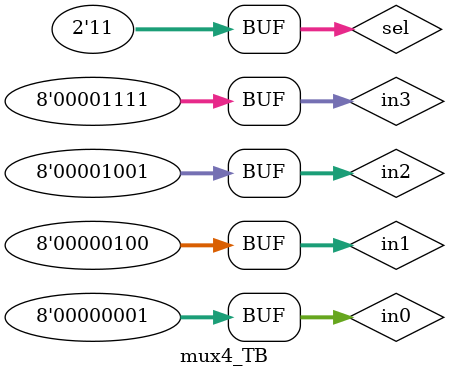
<source format=v>
module mux4 #(parameter N=7) (input [1:0] sel,
										input [N:0] in0,in1,in2,in3,
										output [N:0] outmux4);

assign outmux4 = (sel == 2'd0) ? in0 :
					  (
					  (sel == 2'd1) ? in1 :
					  (
					  (sel == 2'd2) ? in2 :
					  (
					  (sel == 2'd3) ? in3 : in3)));

endmodule

module mux4_TB();

reg [1:0] sel;
reg [7:0] in0, in1, in2, in3;
wire [7:0] outmux4;

mux4 MUX4_DUT(sel, in0, in1, in2, in3, outmux4);

initial begin
    sel = 2'b00;
    in0   = 8'd1;
	 in1   = 8'd4;
	 in2   = 8'd9;
	 in3	  = 8'd15;
end

initial begin
    #100
	 sel = 2'b01;
	 #100
	 sel = 2'b10;
	 #100
	 sel = 2'b11;
	 #200;
end

endmodule

</source>
